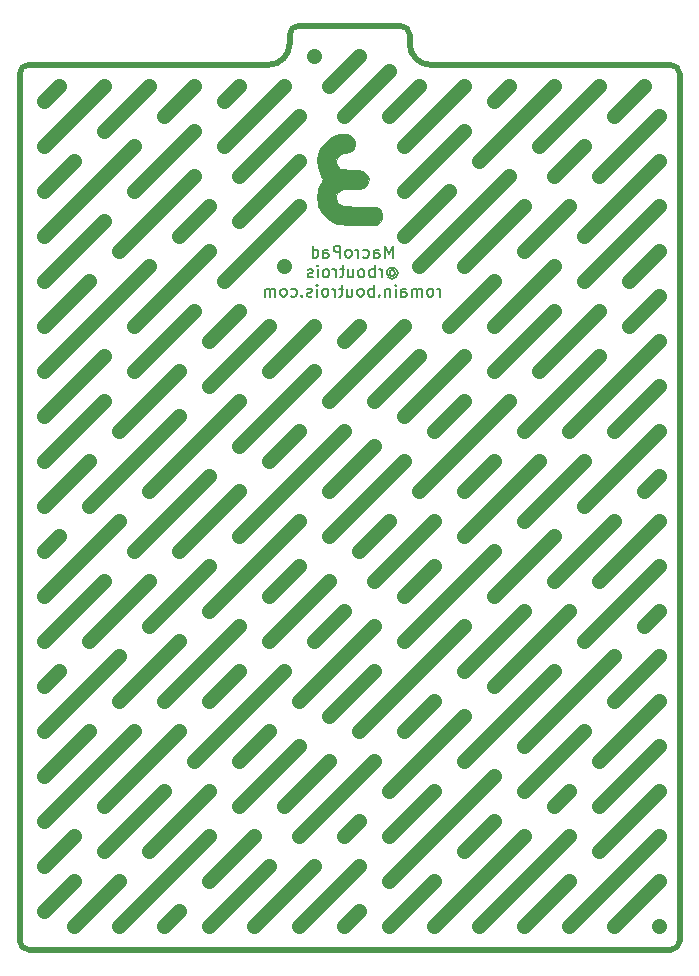
<source format=gbr>
G04 #@! TF.GenerationSoftware,KiCad,Pcbnew,(5.1.9)-1*
G04 #@! TF.CreationDate,2021-03-09T14:09:52+01:00*
G04 #@! TF.ProjectId,OpenMacroPad,4f70656e-4d61-4637-926f-5061642e6b69,rev?*
G04 #@! TF.SameCoordinates,Original*
G04 #@! TF.FileFunction,Legend,Bot*
G04 #@! TF.FilePolarity,Positive*
%FSLAX46Y46*%
G04 Gerber Fmt 4.6, Leading zero omitted, Abs format (unit mm)*
G04 Created by KiCad (PCBNEW (5.1.9)-1) date 2021-03-09 14:09:52*
%MOMM*%
%LPD*%
G01*
G04 APERTURE LIST*
%ADD10C,1.270000*%
%ADD11C,0.508000*%
%ADD12C,0.150000*%
%ADD13C,0.010000*%
%ADD14C,0.120000*%
G04 APERTURE END LIST*
D10*
X202946000Y-142748000D02*
X202946000Y-142748000D01*
X202946000Y-138938000D02*
X199136000Y-142748000D01*
X195326000Y-138938000D02*
X191516000Y-142748000D01*
X202946000Y-131318000D02*
X197866000Y-136398000D01*
X195326000Y-135128000D02*
X187706000Y-142748000D01*
X183896000Y-142748000D02*
X191516000Y-135128000D01*
X183896000Y-138938000D02*
X180086000Y-142748000D01*
X177546000Y-141478000D02*
X176276000Y-142748000D01*
X177546000Y-137668000D02*
X172466000Y-142748000D01*
X173736000Y-137668000D02*
X168656000Y-142748000D01*
X169926000Y-137668000D02*
X164846000Y-142748000D01*
X162306000Y-141478000D02*
X161036000Y-142748000D01*
X164846000Y-135128000D02*
X157226000Y-142748000D01*
X157226000Y-138938000D02*
X153416000Y-142748000D01*
X153416000Y-138938000D02*
X150876000Y-141478000D01*
X169926000Y-126238000D02*
X167386000Y-128778000D01*
X202946000Y-93218000D02*
X195326000Y-100838000D01*
X186436000Y-121158000D02*
X191516000Y-116077999D01*
X186436000Y-128778000D02*
X194056000Y-121158000D01*
X181356000Y-126238000D02*
X183896000Y-123698000D01*
X196596000Y-118618000D02*
X202946000Y-112268000D01*
X200406000Y-91948000D02*
X202946000Y-89408000D01*
X202946000Y-100838001D02*
X196596000Y-107188001D01*
X191516000Y-100838000D02*
X197866000Y-94488000D01*
X199136000Y-100838000D02*
X202946000Y-97028000D01*
X172466000Y-135128000D02*
X178815999Y-128778000D01*
X181356001Y-118618000D02*
X188976000Y-110998000D01*
X183896000Y-112268000D02*
X181356000Y-114808000D01*
X202946000Y-108458000D02*
X197866000Y-113538000D01*
X173736000Y-118618000D02*
X176276000Y-116078000D01*
X178816000Y-117348000D02*
X172466000Y-123698000D01*
X188976000Y-133858000D02*
X186436000Y-136398000D01*
X163576000Y-128778000D02*
X171196000Y-121158000D01*
X191516000Y-108458000D02*
X196596000Y-103378000D01*
X175006000Y-124968001D02*
X178816000Y-121158000D01*
X186436001Y-117348000D02*
X177546000Y-126238000D01*
X177546000Y-133858000D02*
X176276000Y-135128000D01*
X186436000Y-124968000D02*
X180086000Y-131318000D01*
X195326000Y-116078000D02*
X188976000Y-122428000D01*
X192786000Y-103378000D02*
X186436000Y-109728000D01*
X202946000Y-116078000D02*
X201676000Y-117348000D01*
X194056000Y-113538000D02*
X199136000Y-108458000D01*
X175006001Y-128778000D02*
X171196000Y-132588000D01*
X167386000Y-132588000D02*
X172466000Y-127508000D01*
X201675999Y-105918000D02*
X202946000Y-104648000D01*
X188976000Y-130048000D02*
X180086000Y-138938000D01*
X199136000Y-119888000D02*
X191516000Y-127508000D01*
X196596000Y-126238000D02*
X191516000Y-131318000D01*
X194056000Y-109728000D02*
X188976000Y-114808000D01*
X180086000Y-135128000D02*
X183896000Y-131318000D01*
X178816000Y-113538000D02*
X183896000Y-108458000D01*
X186436000Y-105918000D02*
X188976000Y-103378000D01*
X202946000Y-127507999D02*
X197866000Y-132588000D01*
X197866001Y-128778000D02*
X202946000Y-123698001D01*
X194056000Y-132588000D02*
X195326000Y-131318000D01*
X202946000Y-135128000D02*
X195326000Y-142748000D01*
X164846001Y-138938000D02*
X168656000Y-135128001D01*
X159766000Y-136398000D02*
X164846000Y-131318000D01*
X202946000Y-119888000D02*
X199136000Y-123698000D01*
X155956000Y-136398000D02*
X161036000Y-131318000D01*
X153416000Y-135128000D02*
X150876000Y-137668000D01*
X162306000Y-126238000D02*
X155956000Y-132588000D01*
X167386000Y-121158000D02*
X164846000Y-123698000D01*
X175006000Y-113538000D02*
X169926000Y-118618000D01*
X180086000Y-108458000D02*
X177546000Y-110998000D01*
X190246000Y-98298000D02*
X182626000Y-105918000D01*
X183896000Y-100838000D02*
X186436000Y-98298000D01*
X175006000Y-109728000D02*
X181356000Y-103378000D01*
X169926000Y-114808000D02*
X172466000Y-112268000D01*
X161036000Y-123698000D02*
X167386000Y-117348000D01*
X150876000Y-133858000D02*
X158496000Y-126238000D01*
X154686000Y-126238000D02*
X150876000Y-130048000D01*
X162306000Y-118618000D02*
X157226000Y-123698000D01*
X172466000Y-108458000D02*
X164846000Y-116078000D01*
X178816000Y-102108000D02*
X175006000Y-105918000D01*
X186436000Y-94488000D02*
X181356000Y-99568000D01*
X178816000Y-98298000D02*
X182626000Y-94488000D01*
X167386000Y-109728000D02*
X176276000Y-100838000D01*
X159766000Y-117348000D02*
X164846000Y-112268000D01*
X150876000Y-126238000D02*
X157226000Y-119888000D01*
X152146000Y-121158000D02*
X150876000Y-122428000D01*
X159766000Y-113538000D02*
X154686000Y-118618000D01*
X167386000Y-105918000D02*
X162306000Y-110998000D01*
X172466000Y-100838000D02*
X169926000Y-103378000D01*
X181356000Y-91948000D02*
X175006000Y-98298000D01*
X176276000Y-93218000D02*
X177546000Y-91948000D01*
X167386000Y-102108000D02*
X173736000Y-95758000D01*
X158496000Y-110998000D02*
X164846000Y-104648000D01*
X150876000Y-118618000D02*
X155956000Y-113538000D01*
X171196000Y-86868000D02*
X171196000Y-86868000D01*
X157226000Y-108458000D02*
X150876000Y-114808000D01*
X167386000Y-98298000D02*
X159766000Y-105918000D01*
X173736000Y-91948000D02*
X169926000Y-95758000D01*
X164846000Y-97028000D02*
X169926000Y-91948000D01*
X154686000Y-107188000D02*
X162306000Y-99568000D01*
X150876000Y-110998000D02*
X152146000Y-109728000D01*
X164846000Y-93218000D02*
X167386000Y-90678000D01*
X157226000Y-100838000D02*
X162306000Y-95758000D01*
X150876000Y-107188000D02*
X154686000Y-103378000D01*
X197866000Y-90678000D02*
X192786000Y-95758000D01*
X202946000Y-85598000D02*
X200406000Y-88138000D01*
X194056000Y-90678000D02*
X188976000Y-95758000D01*
X202946000Y-81788000D02*
X196596000Y-88138000D01*
X194056000Y-86868000D02*
X188976000Y-91948000D01*
X202946000Y-77978000D02*
X196596000Y-84328000D01*
X188976000Y-88138000D02*
X185166000Y-91948000D01*
X195326000Y-81788000D02*
X191516000Y-85598000D01*
X202946000Y-74168000D02*
X197866000Y-79248000D01*
X199136000Y-74168000D02*
X201676000Y-71628000D01*
X194056000Y-79248000D02*
X196596000Y-76708000D01*
X186436000Y-86868000D02*
X191516000Y-81788000D01*
X192786000Y-76708000D02*
X197866000Y-71628000D01*
X182626000Y-86868000D02*
X190246000Y-79248000D01*
X187706000Y-77978000D02*
X194056000Y-71628000D01*
X181356000Y-84328000D02*
X185166000Y-80518000D01*
X188976000Y-72898000D02*
X190246000Y-71628000D01*
X181356000Y-80518000D02*
X186436000Y-75438000D01*
X181356000Y-76708000D02*
X186436000Y-71628000D01*
X180086000Y-74168000D02*
X182626000Y-71628000D01*
X176276000Y-74168000D02*
X180086000Y-70358000D01*
X177546000Y-69088000D02*
X175006000Y-71628000D01*
X155956000Y-98298000D02*
X150876000Y-103378000D01*
X163576000Y-90678000D02*
X158496000Y-95758000D01*
X172466000Y-81788000D02*
X166116000Y-88138000D01*
X167386000Y-83058000D02*
X172466000Y-77978000D01*
X158496000Y-91948000D02*
X164846000Y-85598000D01*
X150876000Y-99568000D02*
X155956000Y-94488000D01*
X173736000Y-69088000D02*
X173736000Y-69088000D01*
X167386000Y-79248000D02*
X172466000Y-74168000D01*
X162306000Y-84328000D02*
X164846000Y-81788000D01*
X150876000Y-95758000D02*
X159766000Y-86868000D01*
X166116000Y-76708000D02*
X171196000Y-71628000D01*
X157226000Y-85598000D02*
X163576000Y-79248000D01*
X150876000Y-91948000D02*
X154686000Y-88138000D01*
X166116000Y-72898000D02*
X167386000Y-71628000D01*
X158496000Y-80518000D02*
X163576000Y-75438000D01*
X150876000Y-88138000D02*
X155956000Y-83058000D01*
X161036000Y-74168000D02*
X163576000Y-71628000D01*
X150876000Y-84328000D02*
X158496000Y-76708000D01*
X155956000Y-75438000D02*
X159766000Y-71628000D01*
X150876000Y-80518000D02*
X153416000Y-77978000D01*
X150876000Y-76708000D02*
X155956000Y-71628000D01*
X150876000Y-72898000D02*
X152146000Y-71628000D01*
D11*
X171704000Y-68072000D02*
G75*
G02*
X169926000Y-69850000I-1778000J0D01*
G01*
X183642000Y-69850000D02*
G75*
G02*
X181864000Y-68072000I0J1778000D01*
G01*
X181102000Y-66548001D02*
G75*
G02*
X181863999Y-67310000I0J-761999D01*
G01*
X171704000Y-67310000D02*
G75*
G02*
X172466000Y-66548000I762000J0D01*
G01*
X149606000Y-144779999D02*
G75*
G02*
X148844001Y-144018000I0J761999D01*
G01*
X204723999Y-144018000D02*
G75*
G02*
X203962000Y-144779999I-761999J0D01*
G01*
X203962000Y-69850001D02*
G75*
G02*
X204723999Y-70612000I0J-761999D01*
G01*
X148844000Y-70612000D02*
G75*
G02*
X149606000Y-69850000I762000J0D01*
G01*
X148844000Y-70612000D02*
X148844000Y-144018000D01*
X169926000Y-69850000D02*
X149606000Y-69850000D01*
X171704000Y-67310000D02*
X171704000Y-68072000D01*
X181102000Y-66548000D02*
X172466000Y-66548000D01*
X181864000Y-68072000D02*
X181863999Y-67310000D01*
X203962000Y-69850001D02*
X183642000Y-69850000D01*
X204724000Y-144018000D02*
X204724000Y-70612000D01*
X149606000Y-144779999D02*
X203962000Y-144779999D01*
D12*
X180418952Y-86178380D02*
X180418952Y-85178380D01*
X180085619Y-85892666D01*
X179752285Y-85178380D01*
X179752285Y-86178380D01*
X178847523Y-86178380D02*
X178847523Y-85654571D01*
X178895142Y-85559333D01*
X178990380Y-85511714D01*
X179180857Y-85511714D01*
X179276095Y-85559333D01*
X178847523Y-86130761D02*
X178942761Y-86178380D01*
X179180857Y-86178380D01*
X179276095Y-86130761D01*
X179323714Y-86035523D01*
X179323714Y-85940285D01*
X179276095Y-85845047D01*
X179180857Y-85797428D01*
X178942761Y-85797428D01*
X178847523Y-85749809D01*
X177942761Y-86130761D02*
X178038000Y-86178380D01*
X178228476Y-86178380D01*
X178323714Y-86130761D01*
X178371333Y-86083142D01*
X178418952Y-85987904D01*
X178418952Y-85702190D01*
X178371333Y-85606952D01*
X178323714Y-85559333D01*
X178228476Y-85511714D01*
X178038000Y-85511714D01*
X177942761Y-85559333D01*
X177514190Y-86178380D02*
X177514190Y-85511714D01*
X177514190Y-85702190D02*
X177466571Y-85606952D01*
X177418952Y-85559333D01*
X177323714Y-85511714D01*
X177228476Y-85511714D01*
X176752285Y-86178380D02*
X176847523Y-86130761D01*
X176895142Y-86083142D01*
X176942761Y-85987904D01*
X176942761Y-85702190D01*
X176895142Y-85606952D01*
X176847523Y-85559333D01*
X176752285Y-85511714D01*
X176609428Y-85511714D01*
X176514190Y-85559333D01*
X176466571Y-85606952D01*
X176418952Y-85702190D01*
X176418952Y-85987904D01*
X176466571Y-86083142D01*
X176514190Y-86130761D01*
X176609428Y-86178380D01*
X176752285Y-86178380D01*
X175990380Y-86178380D02*
X175990380Y-85178380D01*
X175609428Y-85178380D01*
X175514190Y-85226000D01*
X175466571Y-85273619D01*
X175418952Y-85368857D01*
X175418952Y-85511714D01*
X175466571Y-85606952D01*
X175514190Y-85654571D01*
X175609428Y-85702190D01*
X175990380Y-85702190D01*
X174561809Y-86178380D02*
X174561809Y-85654571D01*
X174609428Y-85559333D01*
X174704666Y-85511714D01*
X174895142Y-85511714D01*
X174990380Y-85559333D01*
X174561809Y-86130761D02*
X174657047Y-86178380D01*
X174895142Y-86178380D01*
X174990380Y-86130761D01*
X175038000Y-86035523D01*
X175038000Y-85940285D01*
X174990380Y-85845047D01*
X174895142Y-85797428D01*
X174657047Y-85797428D01*
X174561809Y-85749809D01*
X173657047Y-86178380D02*
X173657047Y-85178380D01*
X173657047Y-86130761D02*
X173752285Y-86178380D01*
X173942761Y-86178380D01*
X174038000Y-86130761D01*
X174085619Y-86083142D01*
X174133238Y-85987904D01*
X174133238Y-85702190D01*
X174085619Y-85606952D01*
X174038000Y-85559333D01*
X173942761Y-85511714D01*
X173752285Y-85511714D01*
X173657047Y-85559333D01*
X180180857Y-87352190D02*
X180228476Y-87304571D01*
X180323714Y-87256952D01*
X180418952Y-87256952D01*
X180514190Y-87304571D01*
X180561809Y-87352190D01*
X180609428Y-87447428D01*
X180609428Y-87542666D01*
X180561809Y-87637904D01*
X180514190Y-87685523D01*
X180418952Y-87733142D01*
X180323714Y-87733142D01*
X180228476Y-87685523D01*
X180180857Y-87637904D01*
X180180857Y-87256952D02*
X180180857Y-87637904D01*
X180133238Y-87685523D01*
X180085619Y-87685523D01*
X179990380Y-87637904D01*
X179942761Y-87542666D01*
X179942761Y-87304571D01*
X180038000Y-87161714D01*
X180180857Y-87066476D01*
X180371333Y-87018857D01*
X180561809Y-87066476D01*
X180704666Y-87161714D01*
X180799904Y-87304571D01*
X180847523Y-87495047D01*
X180799904Y-87685523D01*
X180704666Y-87828380D01*
X180561809Y-87923619D01*
X180371333Y-87971238D01*
X180180857Y-87923619D01*
X180038000Y-87828380D01*
X179514190Y-87828380D02*
X179514190Y-87161714D01*
X179514190Y-87352190D02*
X179466571Y-87256952D01*
X179418952Y-87209333D01*
X179323714Y-87161714D01*
X179228476Y-87161714D01*
X178895142Y-87828380D02*
X178895142Y-86828380D01*
X178895142Y-87209333D02*
X178799904Y-87161714D01*
X178609428Y-87161714D01*
X178514190Y-87209333D01*
X178466571Y-87256952D01*
X178418952Y-87352190D01*
X178418952Y-87637904D01*
X178466571Y-87733142D01*
X178514190Y-87780761D01*
X178609428Y-87828380D01*
X178799904Y-87828380D01*
X178895142Y-87780761D01*
X177847523Y-87828380D02*
X177942761Y-87780761D01*
X177990380Y-87733142D01*
X178038000Y-87637904D01*
X178038000Y-87352190D01*
X177990380Y-87256952D01*
X177942761Y-87209333D01*
X177847523Y-87161714D01*
X177704666Y-87161714D01*
X177609428Y-87209333D01*
X177561809Y-87256952D01*
X177514190Y-87352190D01*
X177514190Y-87637904D01*
X177561809Y-87733142D01*
X177609428Y-87780761D01*
X177704666Y-87828380D01*
X177847523Y-87828380D01*
X176657047Y-87161714D02*
X176657047Y-87828380D01*
X177085619Y-87161714D02*
X177085619Y-87685523D01*
X177038000Y-87780761D01*
X176942761Y-87828380D01*
X176799904Y-87828380D01*
X176704666Y-87780761D01*
X176657047Y-87733142D01*
X176323714Y-87161714D02*
X175942761Y-87161714D01*
X176180857Y-86828380D02*
X176180857Y-87685523D01*
X176133238Y-87780761D01*
X176038000Y-87828380D01*
X175942761Y-87828380D01*
X175609428Y-87828380D02*
X175609428Y-87161714D01*
X175609428Y-87352190D02*
X175561809Y-87256952D01*
X175514190Y-87209333D01*
X175418952Y-87161714D01*
X175323714Y-87161714D01*
X174847523Y-87828380D02*
X174942761Y-87780761D01*
X174990380Y-87733142D01*
X175038000Y-87637904D01*
X175038000Y-87352190D01*
X174990380Y-87256952D01*
X174942761Y-87209333D01*
X174847523Y-87161714D01*
X174704666Y-87161714D01*
X174609428Y-87209333D01*
X174561809Y-87256952D01*
X174514190Y-87352190D01*
X174514190Y-87637904D01*
X174561809Y-87733142D01*
X174609428Y-87780761D01*
X174704666Y-87828380D01*
X174847523Y-87828380D01*
X174085619Y-87828380D02*
X174085619Y-87161714D01*
X174085619Y-86828380D02*
X174133238Y-86876000D01*
X174085619Y-86923619D01*
X174038000Y-86876000D01*
X174085619Y-86828380D01*
X174085619Y-86923619D01*
X173657047Y-87780761D02*
X173561809Y-87828380D01*
X173371333Y-87828380D01*
X173276095Y-87780761D01*
X173228476Y-87685523D01*
X173228476Y-87637904D01*
X173276095Y-87542666D01*
X173371333Y-87495047D01*
X173514190Y-87495047D01*
X173609428Y-87447428D01*
X173657047Y-87352190D01*
X173657047Y-87304571D01*
X173609428Y-87209333D01*
X173514190Y-87161714D01*
X173371333Y-87161714D01*
X173276095Y-87209333D01*
X184442761Y-89478380D02*
X184442761Y-88811714D01*
X184442761Y-89002190D02*
X184395142Y-88906952D01*
X184347523Y-88859333D01*
X184252285Y-88811714D01*
X184157047Y-88811714D01*
X183680857Y-89478380D02*
X183776095Y-89430761D01*
X183823714Y-89383142D01*
X183871333Y-89287904D01*
X183871333Y-89002190D01*
X183823714Y-88906952D01*
X183776095Y-88859333D01*
X183680857Y-88811714D01*
X183538000Y-88811714D01*
X183442761Y-88859333D01*
X183395142Y-88906952D01*
X183347523Y-89002190D01*
X183347523Y-89287904D01*
X183395142Y-89383142D01*
X183442761Y-89430761D01*
X183538000Y-89478380D01*
X183680857Y-89478380D01*
X182918952Y-89478380D02*
X182918952Y-88811714D01*
X182918952Y-88906952D02*
X182871333Y-88859333D01*
X182776095Y-88811714D01*
X182633238Y-88811714D01*
X182538000Y-88859333D01*
X182490380Y-88954571D01*
X182490380Y-89478380D01*
X182490380Y-88954571D02*
X182442761Y-88859333D01*
X182347523Y-88811714D01*
X182204666Y-88811714D01*
X182109428Y-88859333D01*
X182061809Y-88954571D01*
X182061809Y-89478380D01*
X181157047Y-89478380D02*
X181157047Y-88954571D01*
X181204666Y-88859333D01*
X181299904Y-88811714D01*
X181490380Y-88811714D01*
X181585619Y-88859333D01*
X181157047Y-89430761D02*
X181252285Y-89478380D01*
X181490380Y-89478380D01*
X181585619Y-89430761D01*
X181633238Y-89335523D01*
X181633238Y-89240285D01*
X181585619Y-89145047D01*
X181490380Y-89097428D01*
X181252285Y-89097428D01*
X181157047Y-89049809D01*
X180680857Y-89478380D02*
X180680857Y-88811714D01*
X180680857Y-88478380D02*
X180728476Y-88526000D01*
X180680857Y-88573619D01*
X180633238Y-88526000D01*
X180680857Y-88478380D01*
X180680857Y-88573619D01*
X180204666Y-88811714D02*
X180204666Y-89478380D01*
X180204666Y-88906952D02*
X180157047Y-88859333D01*
X180061809Y-88811714D01*
X179918952Y-88811714D01*
X179823714Y-88859333D01*
X179776095Y-88954571D01*
X179776095Y-89478380D01*
X179299904Y-89383142D02*
X179252285Y-89430761D01*
X179299904Y-89478380D01*
X179347523Y-89430761D01*
X179299904Y-89383142D01*
X179299904Y-89478380D01*
X178823714Y-89478380D02*
X178823714Y-88478380D01*
X178823714Y-88859333D02*
X178728476Y-88811714D01*
X178538000Y-88811714D01*
X178442761Y-88859333D01*
X178395142Y-88906952D01*
X178347523Y-89002190D01*
X178347523Y-89287904D01*
X178395142Y-89383142D01*
X178442761Y-89430761D01*
X178538000Y-89478380D01*
X178728476Y-89478380D01*
X178823714Y-89430761D01*
X177776095Y-89478380D02*
X177871333Y-89430761D01*
X177918952Y-89383142D01*
X177966571Y-89287904D01*
X177966571Y-89002190D01*
X177918952Y-88906952D01*
X177871333Y-88859333D01*
X177776095Y-88811714D01*
X177633238Y-88811714D01*
X177538000Y-88859333D01*
X177490380Y-88906952D01*
X177442761Y-89002190D01*
X177442761Y-89287904D01*
X177490380Y-89383142D01*
X177538000Y-89430761D01*
X177633238Y-89478380D01*
X177776095Y-89478380D01*
X176585619Y-88811714D02*
X176585619Y-89478380D01*
X177014190Y-88811714D02*
X177014190Y-89335523D01*
X176966571Y-89430761D01*
X176871333Y-89478380D01*
X176728476Y-89478380D01*
X176633238Y-89430761D01*
X176585619Y-89383142D01*
X176252285Y-88811714D02*
X175871333Y-88811714D01*
X176109428Y-88478380D02*
X176109428Y-89335523D01*
X176061809Y-89430761D01*
X175966571Y-89478380D01*
X175871333Y-89478380D01*
X175538000Y-89478380D02*
X175538000Y-88811714D01*
X175538000Y-89002190D02*
X175490380Y-88906952D01*
X175442761Y-88859333D01*
X175347523Y-88811714D01*
X175252285Y-88811714D01*
X174776095Y-89478380D02*
X174871333Y-89430761D01*
X174918952Y-89383142D01*
X174966571Y-89287904D01*
X174966571Y-89002190D01*
X174918952Y-88906952D01*
X174871333Y-88859333D01*
X174776095Y-88811714D01*
X174633238Y-88811714D01*
X174538000Y-88859333D01*
X174490380Y-88906952D01*
X174442761Y-89002190D01*
X174442761Y-89287904D01*
X174490380Y-89383142D01*
X174538000Y-89430761D01*
X174633238Y-89478380D01*
X174776095Y-89478380D01*
X174014190Y-89478380D02*
X174014190Y-88811714D01*
X174014190Y-88478380D02*
X174061809Y-88526000D01*
X174014190Y-88573619D01*
X173966571Y-88526000D01*
X174014190Y-88478380D01*
X174014190Y-88573619D01*
X173585619Y-89430761D02*
X173490380Y-89478380D01*
X173299904Y-89478380D01*
X173204666Y-89430761D01*
X173157047Y-89335523D01*
X173157047Y-89287904D01*
X173204666Y-89192666D01*
X173299904Y-89145047D01*
X173442761Y-89145047D01*
X173538000Y-89097428D01*
X173585619Y-89002190D01*
X173585619Y-88954571D01*
X173538000Y-88859333D01*
X173442761Y-88811714D01*
X173299904Y-88811714D01*
X173204666Y-88859333D01*
X172728476Y-89383142D02*
X172680857Y-89430761D01*
X172728476Y-89478380D01*
X172776095Y-89430761D01*
X172728476Y-89383142D01*
X172728476Y-89478380D01*
X171823714Y-89430761D02*
X171918952Y-89478380D01*
X172109428Y-89478380D01*
X172204666Y-89430761D01*
X172252285Y-89383142D01*
X172299904Y-89287904D01*
X172299904Y-89002190D01*
X172252285Y-88906952D01*
X172204666Y-88859333D01*
X172109428Y-88811714D01*
X171918952Y-88811714D01*
X171823714Y-88859333D01*
X171252285Y-89478380D02*
X171347523Y-89430761D01*
X171395142Y-89383142D01*
X171442761Y-89287904D01*
X171442761Y-89002190D01*
X171395142Y-88906952D01*
X171347523Y-88859333D01*
X171252285Y-88811714D01*
X171109428Y-88811714D01*
X171014190Y-88859333D01*
X170966571Y-88906952D01*
X170918952Y-89002190D01*
X170918952Y-89287904D01*
X170966571Y-89383142D01*
X171014190Y-89430761D01*
X171109428Y-89478380D01*
X171252285Y-89478380D01*
X170490380Y-89478380D02*
X170490380Y-88811714D01*
X170490380Y-88906952D02*
X170442761Y-88859333D01*
X170347523Y-88811714D01*
X170204666Y-88811714D01*
X170109428Y-88859333D01*
X170061809Y-88954571D01*
X170061809Y-89478380D01*
X170061809Y-88954571D02*
X170014190Y-88859333D01*
X169918952Y-88811714D01*
X169776095Y-88811714D01*
X169680857Y-88859333D01*
X169633238Y-88954571D01*
X169633238Y-89478380D01*
D13*
G36*
X175898116Y-75755399D02*
G01*
X175605514Y-75829435D01*
X175286848Y-75983042D01*
X175259518Y-75998301D01*
X174748002Y-76374017D01*
X174367273Y-76840204D01*
X174124958Y-77373502D01*
X174028682Y-77950549D01*
X174086073Y-78547982D01*
X174261653Y-79054975D01*
X174376452Y-79279068D01*
X174471714Y-79430705D01*
X174501226Y-79461661D01*
X174499482Y-79551564D01*
X174430369Y-79748030D01*
X174308657Y-80009546D01*
X174300895Y-80024673D01*
X174145682Y-80357022D01*
X174065669Y-80636937D01*
X174039828Y-80951320D01*
X174039910Y-81103259D01*
X174064731Y-81450537D01*
X174121268Y-81778177D01*
X174179850Y-81969150D01*
X174424724Y-82378773D01*
X174778845Y-82770410D01*
X175186589Y-83087461D01*
X175387000Y-83197459D01*
X175543104Y-83265818D01*
X175695226Y-83316340D01*
X175871657Y-83351722D01*
X176100686Y-83374660D01*
X176410601Y-83387852D01*
X176829694Y-83393995D01*
X177386253Y-83395787D01*
X177467741Y-83395840D01*
X179125149Y-83396667D01*
X179328484Y-83180227D01*
X179499000Y-82885539D01*
X179532702Y-82548208D01*
X179429588Y-82225371D01*
X179328484Y-82089106D01*
X179246541Y-82007270D01*
X179160243Y-81949188D01*
X179040931Y-81910776D01*
X178859947Y-81887949D01*
X178588632Y-81876624D01*
X178198327Y-81872716D01*
X177806408Y-81872195D01*
X177173201Y-81865967D01*
X176686881Y-81844798D01*
X176325327Y-81804195D01*
X176066417Y-81739665D01*
X175888026Y-81646714D01*
X175768033Y-81520849D01*
X175725802Y-81449596D01*
X175612946Y-81133780D01*
X175646598Y-80868507D01*
X175833010Y-80609441D01*
X175846154Y-80596154D01*
X175962697Y-80486406D01*
X176074515Y-80415100D01*
X176220080Y-80373952D01*
X176437866Y-80354679D01*
X176766343Y-80348999D01*
X176995667Y-80348667D01*
X177397533Y-80346802D01*
X177668542Y-80335687D01*
X177847164Y-80307039D01*
X177971874Y-80252573D01*
X178081142Y-80164008D01*
X178145179Y-80101180D01*
X178349293Y-79807816D01*
X178384410Y-79504699D01*
X178250529Y-79191451D01*
X178145748Y-79058836D01*
X178029380Y-78934757D01*
X177920538Y-78853755D01*
X177780125Y-78805333D01*
X177569048Y-78778995D01*
X177248210Y-78764244D01*
X177023915Y-78757637D01*
X176637161Y-78738679D01*
X176298778Y-78707468D01*
X176054444Y-78668982D01*
X175967852Y-78642501D01*
X175767885Y-78461710D01*
X175632925Y-78187263D01*
X175598666Y-77967504D01*
X175671026Y-77755198D01*
X175852744Y-77541992D01*
X176090781Y-77374950D01*
X176332098Y-77301135D01*
X176350170Y-77300667D01*
X176733364Y-77234416D01*
X177033698Y-77048969D01*
X177171349Y-76865055D01*
X177278095Y-76565834D01*
X177245487Y-76306275D01*
X177065888Y-76034820D01*
X177044753Y-76010836D01*
X176894590Y-75858343D01*
X176751989Y-75775554D01*
X176557561Y-75741613D01*
X176261105Y-75735642D01*
X175898116Y-75755399D01*
G37*
X175898116Y-75755399D02*
X175605514Y-75829435D01*
X175286848Y-75983042D01*
X175259518Y-75998301D01*
X174748002Y-76374017D01*
X174367273Y-76840204D01*
X174124958Y-77373502D01*
X174028682Y-77950549D01*
X174086073Y-78547982D01*
X174261653Y-79054975D01*
X174376452Y-79279068D01*
X174471714Y-79430705D01*
X174501226Y-79461661D01*
X174499482Y-79551564D01*
X174430369Y-79748030D01*
X174308657Y-80009546D01*
X174300895Y-80024673D01*
X174145682Y-80357022D01*
X174065669Y-80636937D01*
X174039828Y-80951320D01*
X174039910Y-81103259D01*
X174064731Y-81450537D01*
X174121268Y-81778177D01*
X174179850Y-81969150D01*
X174424724Y-82378773D01*
X174778845Y-82770410D01*
X175186589Y-83087461D01*
X175387000Y-83197459D01*
X175543104Y-83265818D01*
X175695226Y-83316340D01*
X175871657Y-83351722D01*
X176100686Y-83374660D01*
X176410601Y-83387852D01*
X176829694Y-83393995D01*
X177386253Y-83395787D01*
X177467741Y-83395840D01*
X179125149Y-83396667D01*
X179328484Y-83180227D01*
X179499000Y-82885539D01*
X179532702Y-82548208D01*
X179429588Y-82225371D01*
X179328484Y-82089106D01*
X179246541Y-82007270D01*
X179160243Y-81949188D01*
X179040931Y-81910776D01*
X178859947Y-81887949D01*
X178588632Y-81876624D01*
X178198327Y-81872716D01*
X177806408Y-81872195D01*
X177173201Y-81865967D01*
X176686881Y-81844798D01*
X176325327Y-81804195D01*
X176066417Y-81739665D01*
X175888026Y-81646714D01*
X175768033Y-81520849D01*
X175725802Y-81449596D01*
X175612946Y-81133780D01*
X175646598Y-80868507D01*
X175833010Y-80609441D01*
X175846154Y-80596154D01*
X175962697Y-80486406D01*
X176074515Y-80415100D01*
X176220080Y-80373952D01*
X176437866Y-80354679D01*
X176766343Y-80348999D01*
X176995667Y-80348667D01*
X177397533Y-80346802D01*
X177668542Y-80335687D01*
X177847164Y-80307039D01*
X177971874Y-80252573D01*
X178081142Y-80164008D01*
X178145179Y-80101180D01*
X178349293Y-79807816D01*
X178384410Y-79504699D01*
X178250529Y-79191451D01*
X178145748Y-79058836D01*
X178029380Y-78934757D01*
X177920538Y-78853755D01*
X177780125Y-78805333D01*
X177569048Y-78778995D01*
X177248210Y-78764244D01*
X177023915Y-78757637D01*
X176637161Y-78738679D01*
X176298778Y-78707468D01*
X176054444Y-78668982D01*
X175967852Y-78642501D01*
X175767885Y-78461710D01*
X175632925Y-78187263D01*
X175598666Y-77967504D01*
X175671026Y-77755198D01*
X175852744Y-77541992D01*
X176090781Y-77374950D01*
X176332098Y-77301135D01*
X176350170Y-77300667D01*
X176733364Y-77234416D01*
X177033698Y-77048969D01*
X177171349Y-76865055D01*
X177278095Y-76565834D01*
X177245487Y-76306275D01*
X177065888Y-76034820D01*
X177044753Y-76010836D01*
X176894590Y-75858343D01*
X176751989Y-75775554D01*
X176557561Y-75741613D01*
X176261105Y-75735642D01*
X175898116Y-75755399D01*
D14*
X160782000Y-89154000D02*
X161417000Y-89154000D01*
X161417000Y-89154000D02*
X161417000Y-88519000D01*
M02*

</source>
